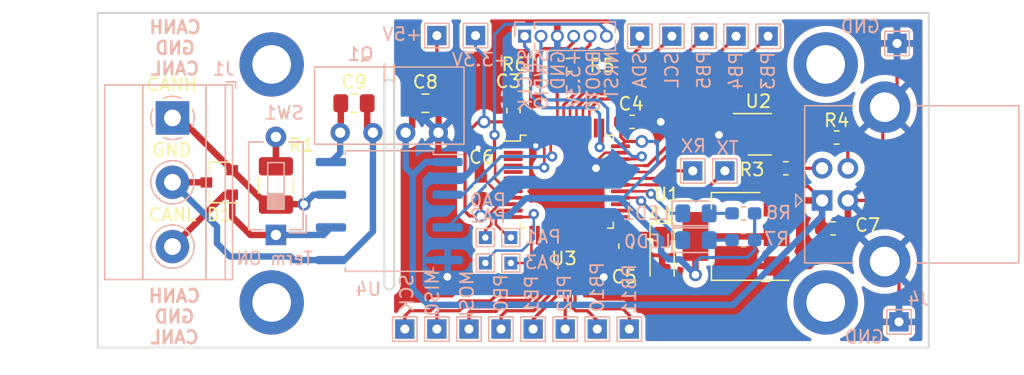
<source format=kicad_pcb>
(kicad_pcb (version 20240108) (generator "pcbnew") (generator_version "8.0")
  (layers (0 "F.Cu" signal) (31 "B.Cu" signal) (34 "B.Paste" user) (35 "F.Paste" user) (36 "B.SilkS" user "B.Silkscreen") (37 "F.SilkS" user "F.Silkscreen") (38 "B.Mask" user) (39 "F.Mask" user) (44 "Edge.Cuts" user))
  (net 0 "")
  (net 1 "GND")
  (net 2 "+3V3")
  (net 3 "+5V")
  (net 4 "/NRST")
  (net 5 "/BOOT0")
  (net 6 "Net-(D3-Pad2)")
  (net 7 "/LED0")
  (net 8 "/LED1")
  (net 9 "/CAN_Tx")
  (net 10 "/CAN_Rx")
  (net 11 "/CANL")
  (net 12 "/CANH")
  (net 13 "Net-(D4-Pad2)")
  (net 14 "/SWDIO")
  (net 15 "/SWCLK")
  (net 16 "Net-(R1-Pad1)")
  (net 20 "Net-(C9-Pad1)")
  (net 21 "Earth")
  (net 23 "Net-(J2-Pad1)")
  (net 24 "Net-(J3-Pad4)")
  (net 35 "Net-(J4-Pad2)")
  (net 36 "Net-(J4-Pad3)")
  (net 37 "Net-(R3-Pad2)")
  (net 38 "Net-(R4-Pad2)")
  (net 39 "Net-(J5-Pad1)")
  (net 40 "Net-(J6-Pad1)")
  (net 41 "Net-(J7-Pad1)")
  (net 42 "Net-(J8-Pad1)")
  (net 43 "Net-(J9-Pad1)")
  (net 44 "Net-(J10-Pad1)")
  (net 45 "Net-(J11-Pad1)")
  (net 46 "Net-(J12-Pad1)")
  (net 47 "Net-(J13-Pad1)")
  (net 48 "Net-(J14-Pad1)")
  (net 49 "Net-(J15-Pad1)")
  (net 50 "Net-(J16-Pad1)")
  (net 51 "Net-(J21-Pad1)")
  (net 52 "Net-(J22-Pad1)")
  (net 53 "Net-(J23-Pad1)")
  (net 54 "Net-(J24-Pad1)")
  (net 55 "Net-(J25-Pad1)")
  (net 56 "Net-(J26-Pad1)")
  (net 57 "Net-(U2-Pad1)")
  (net 58 "Net-(U2-Pad3)")
  (footprint "Capacitor_Tantalum_SMD:CP_EIA-3216-18_Kemet-A_Pad1.58x1.35mm_HandSolder" (layer "F.Cu") (at 104.8004 68.3411 -90)
    (property "Reference" "C1")
    (property "Value" "47u")
  )
  (footprint "Capacitor_SMD:C_0603_1608Metric_Pad1.05x0.95mm_HandSolder" (layer "F.Cu") (at 93.2688 57.0878 -90)
    (property "Reference" "C3")
    (property "Value" "0.1")
  )
  (footprint "Capacitor_SMD:C_0603_1608Metric_Pad1.05x0.95mm_HandSolder" (layer "F.Cu") (at 102.475 57.9628 180)
    (property "Reference" "C4")
    (property "Value" "0.1")
  )
  (footprint "Capacitor_SMD:C_0603_1608Metric_Pad1.05x0.95mm_HandSolder" (layer "F.Cu") (at 101.9556 67.6262 90)
    (property "Reference" "C5")
    (property "Value" "0.1")
  )
  (footprint "Capacitor_SMD:C_0603_1608Metric_Pad1.05x0.95mm_HandSolder" (layer "F.Cu") (at 90.7288 63.0428 -90)
    (property "Reference" "C6")
    (property "Value" "0.1")
  )
  (footprint "TO_SOT_Packages_SMD:SOT-23" (layer "F.Cu") (at 70.4375 62.672 180)
    (property "Reference" "D1")
    (property "Value" "PESD1CAN")
  )
  (footprint "my_footprints:Hole_3mm" (layer "F.Cu") (at 74.5 53.5)
    (property "Reference" "P1" (hide yes))
    (property "Value" "Hole" (hide yes))
  )
  (footprint "my_footprints:Hole_3mm" (layer "F.Cu") (at 117.5 53.5)
    (property "Reference" "P2" (hide yes))
    (property "Value" "Hole" (hide yes))
  )
  (footprint "my_footprints:Hole_3mm" (layer "F.Cu") (at 117.5 72)
    (property "Reference" "P3" (hide yes))
    (property "Value" "Hole" (hide yes))
  )
  (footprint "my_footprints:Hole_3mm" (layer "F.Cu") (at 74.5 72)
    (property "Reference" "P4" (hide yes))
    (property "Value" "Hole" (hide yes))
  )
  (footprint "Resistor_SMD:R_0603_1608Metric_Pad1.05x0.95mm_HandSolder" (layer "F.Cu") (at 114.4016 61.5696 180)
    (property "Reference" "R3")
    (property "Value" "22")
  )
  (footprint "Resistor_SMD:R_0603_1608Metric_Pad1.05x0.95mm_HandSolder" (layer "F.Cu") (at 118.3526 59.182 180)
    (property "Reference" "R4")
    (property "Value" "22")
  )
  (footprint "Resistor_SMD:R_0603_1608Metric_Pad1.05x0.95mm_HandSolder" (layer "F.Cu") (at 97.536 53.5432 180)
    (property "Reference" "R5")
    (property "Value" "10k")
  )
  (footprint "Resistor_SMD:R_0603_1608Metric_Pad1.05x0.95mm_HandSolder" (layer "F.Cu") (at 94.9452 55.485 90)
    (property "Reference" "R6")
    (property "Value" "22")
  )
  (footprint "Package_QFP:LQFP-48_7x7mm_P0.5mm" (layer "F.Cu") (at 97.409 62.611)
    (property "Reference" "U3")
    (property "Value" "STM32F072C8Tx")
  )
  (footprint "Capacitor_SMD:C_0603_1608Metric_Pad1.05x0.95mm_HandSolder" (layer "F.Cu") (at 118.0706 66.2432)
    (property "Reference" "C7")
    (property "Value" "0.1")
  )
  (footprint "Capacitor_SMD:C_0805_2012Metric_Pad1.15x1.40mm_HandSolder" (layer "F.Cu") (at 86.4325 56.515)
    (property "Reference" "C8")
    (property "Value" "1")
  )
  (footprint "Capacitor_SMD:C_0805_2012Metric_Pad1.15x1.40mm_HandSolder" (layer "F.Cu") (at 80.89 56.515)
    (property "Reference" "C9")
    (property "Value" "1")
  )
  (footprint "Resistor_SMD:R_1210_3225Metric_Pad1.42x2.65mm_HandSolder" (layer "F.Cu") (at 74.8284 62.9047 -90)
    (property "Reference" "R1")
    (property "Value" "120")
  )
  (footprint "TO_SOT_Packages_SMD:SOT-223-3_TabPin2" (layer "F.Cu") (at 110.5404 66.8668 180)
    (property "Reference" "U1")
    (property "Value" "LM1117-3.3")
  )
  (footprint "Package_TO_SOT_SMD:SOT-23-6_Handsoldering" (layer "F.Cu") (at 112.3912 58.928)
    (property "Reference" "U2")
    (property "Value" "USBLC6-2SC6")
  )
  (footprint "LED_SMD:LED_0805_2012Metric_Pad1.15x1.40mm_HandSolder" (layer "B.Cu") (at 107.433 67.1576)
    (property "Reference" "D3" (hide yes))
    (property "Value" "LED0")
  )
  (footprint "LED_SMD:LED_0805_2012Metric_Pad1.15x1.40mm_HandSolder" (layer "B.Cu") (at 107.433 65.0748)
    (property "Reference" "D4" (hide yes))
    (property "Value" "LED1")
  )
  (footprint "TerminalBlock_Phoenix:TerminalBlock_Phoenix_MKDS-1,5-3_1x03_P5.00mm_Horizontal" (layer "B.Cu") (at 66.802 57.658 -90)
    (property "Reference" "J1")
    (property "Value" "Screw_Terminal_01x03")
  )
  (footprint "Connector_PinHeader_1.27mm:PinHeader_1x06_P1.27mm_Vertical" (layer "B.Cu") (at 94.1324 51.308 -90)
    (property "Reference" "J3" (hide yes))
    (property "Value" "SWDetc")
  )
  (footprint "Resistor_SMD:R_0603_1608Metric_Pad1.05x0.95mm_HandSolder" (layer "B.Cu") (at 111.111 67.1576)
    (property "Reference" "R7")
    (property "Value" "330")
  )
  (footprint "Resistor_SMD:R_0603_1608Metric_Pad1.05x0.95mm_HandSolder" (layer "B.Cu") (at 111.111 65.0748)
    (property "Reference" "R8")
    (property "Value" "330")
  )
  (footprint "Button_Switch_THT:SW_DIP_SPSTx01_Slide_6.7x4.1mm_W7.62mm_P2.54mm_LowProfile" (layer "B.Cu") (at 74.8284 66.7512 90)
    (property "Reference" "SW1")
    (property "Value" "SW_DIP_x01")
  )
  (footprint "Package_SO:SOP-8_6.62x9.15mm_P2.54mm" (layer "B.Cu") (at 83.6295 64.897 180)
    (property "Reference" "U4")
    (property "Value" "ISO1050DUB")
  )
  (footprint "my_footprints:B0x0xS" (layer "B.Cu") (at 83.6295 58.801 180)
    (property "Reference" "Q1")
    (property "Value" "B0505S")
  )
  (footprint "Connector_USB:USB_B_Lumberg_2411_02_Horizontal" (layer "B.Cu") (at 117.221 64.0715)
    (property "Reference" "J4")
    (property "Value" "USB_B")
  )
  (footprint "TestPoint:TestPoint_THTPad_1.5x1.5mm_Drill0.7mm" (layer "B.Cu") (at 99.7712 74.0664)
    (property "Reference" "J25" (hide yes))
    (property "Value" "PB10")
  )
  (footprint "TestPoint:TestPoint_THTPad_1.5x1.5mm_Drill0.7mm" (layer "B.Cu") (at 87.3252 51.2572 180)
    (property "Reference" "J20" (hide yes))
    (property "Value" "+5V")
  )
  (footprint "TestPoint:TestPoint_THTPad_1.5x1.5mm_Drill0.7mm" (layer "B.Cu") (at 103.076 51.308 180)
    (property "Reference" "J10" (hide yes))
    (property "Value" "SDA")
  )
  (footprint "TestPoint:TestPoint_THTPad_1.5x1.5mm_Drill0.7mm" (layer "B.Cu") (at 105.5624 51.308 180)
    (property "Reference" "J9" (hide yes))
    (property "Value" "SCL")
  )
  (footprint "TestPoint:TestPoint_THTPad_1.5x1.5mm_Drill0.7mm" (layer "B.Cu") (at 113.03 51.308 180)
    (property "Reference" "J16" (hide yes))
    (property "Value" "PB3")
  )
  (footprint "TestPoint:TestPoint_THTPad_1.0x1.0mm_Drill0.5mm" (layer "B.Cu") (at 93.0656 66.9544)
    (property "Reference" "J22" (hide yes))
    (property "Value" "PA1")
  )
  (footprint "TestPoint:TestPoint_THTPad_1.5x1.5mm_Drill0.7mm" (layer "B.Cu") (at 97.282 74.0664 180)
    (property "Reference" "J15" (hide yes))
    (property "Value" "PB2")
  )
  (footprint "TestPoint:TestPoint_THTPad_1.0x1.0mm_Drill0.5mm" (layer "B.Cu") (at 91.0844 66.9544 180)
    (property "Reference" "J21" (hide yes))
    (property "Value" "PA0")
  )
  (footprint "TestPoint:TestPoint_THTPad_1.5x1.5mm_Drill0.7mm" (layer "B.Cu") (at 89.8144 74.0664 180)
    (property "Reference" "J6" (hide yes))
    (property "Value" "MOSI")
  )
  (footprint "TestPoint:TestPoint_THTPad_1.5x1.5mm_Drill0.7mm" (layer "B.Cu") (at 94.7928 74.0664 180)
    (property "Reference" "J12" (hide yes))
    (property "Value" "PB1")
  )
  (footprint "TestPoint:TestPoint_THTPad_1.5x1.5mm_Drill0.7mm" (layer "B.Cu") (at 109.6772 61.7728 180)
    (property "Reference" "J7" (hide yes))
    (property "Value" "TX")
  )
  (footprint "TestPoint:TestPoint_THTPad_1.5x1.5mm_Drill0.7mm" (layer "B.Cu") (at 123.19 73.5076 180)
    (property "Reference" "J17" (hide yes))
    (property "Value" "GND")
  )
  (footprint "TestPoint:TestPoint_THTPad_1.0x1.0mm_Drill0.5mm" (layer "B.Cu") (at 93.0656 68.9356 180)
    (property "Reference" "J24" (hide yes))
    (property "Value" "PA3")
  )
  (footprint "TestPoint:TestPoint_THTPad_1.5x1.5mm_Drill0.7mm" (layer "B.Cu") (at 87.3252 74.0664 180)
    (property "Reference" "J5" (hide yes))
    (property "Value" "MISO")
  )
  (footprint "TestPoint:TestPoint_THTPad_1.5x1.5mm_Drill0.7mm" (layer "B.Cu") (at 108.0516 51.308 180)
    (property "Reference" "J14" (hide yes))
    (property "Value" "PB5")
  )
  (footprint "TestPoint:TestPoint_THTPad_1.5x1.5mm_Drill0.7mm" (layer "B.Cu") (at 107.188 61.7728 180)
    (property "Reference" "J8" (hide yes))
    (property "Value" "RX")
  )
  (footprint "TestPoint:TestPoint_THTPad_1.5x1.5mm_Drill0.7mm" (layer "B.Cu") (at 84.836 74.0664 180)
    (property "Reference" "J2" (hide yes))
    (property "Value" "SCK")
  )
  (footprint "TestPoint:TestPoint_THTPad_1.5x1.5mm_Drill0.7mm" (layer "B.Cu") (at 92.3036 74.0664 180)
    (property "Reference" "J11" (hide yes))
    (property "Value" "PB0")
  )
  (footprint "TestPoint:TestPoint_THTPad_1.0x1.0mm_Drill0.5mm" (layer "B.Cu") (at 91.0844 68.9356 180)
    (property "Reference" "J23" (hide yes))
    (property "Value" "PA2")
  )
  (footprint "TestPoint:TestPoint_THTPad_1.5x1.5mm_Drill0.7mm" (layer "B.Cu") (at 102.2604 74.0664)
    (property "Reference" "J26" (hide yes))
    (property "Value" "PB11")
  )
  (footprint "TestPoint:TestPoint_THTPad_1.5x1.5mm_Drill0.7mm" (layer "B.Cu") (at 110.5408 51.308 180)
    (property "Reference" "J13" (hide yes))
    (property "Value" "PB4")
  )
  (footprint "TestPoint:TestPoint_THTPad_1.5x1.5mm_Drill0.7mm" (layer "B.Cu") (at 90.3224 51.2572 180)
    (property "Reference" "J19" (hide yes))
    (property "Value" "+3.3V")
  )
  (footprint "TestPoint:TestPoint_THTPad_1.5x1.5mm_Drill0.7mm" (layer "B.Cu") (at 123.0376 51.8668 180)
    (property "Reference" "J18" (hide yes))
    (property "Value" "GND")
  )
  (gr_line (start 125.5 50) (end 125.5 49.5) (stroke (width 0.15)) (layer "Edge.Cuts"))
  (gr_line (start 61 75.5) (end 125.5 75.5) (stroke (width 0.15)) (layer "Edge.Cuts"))
  (gr_line (start 125.5 75.5) (end 125.5 50) (stroke (width 0.15)) (layer "Edge.Cuts"))
  (gr_arc (start 84.0105 70.612) (mid 83.6295 70.993) (end 83.2485 70.612) (stroke (width 0.15)) (layer "Edge.Cuts"))
  (gr_line (start 84.0105 55.0545) (end 84.0105 70.612) (stroke (width 0.15)) (layer "Edge.Cuts"))
  (gr_line (start 83.2485 55.0545) (end 83.2485 70.612) (stroke (width 0.15)) (layer "Edge.Cuts"))
  (gr_line (start 61 49.5) (end 61 75.5) (stroke (width 0.15)) (layer "Edge.Cuts"))
  (gr_arc (start 83.2485 55.0545) (mid 83.6295 54.6735) (end 84.0105 55.0545) (stroke (width 0.15)) (layer "Edge.Cuts"))
  (gr_line (start 61 49.5) (end 125.5 49.5) (stroke (width 0.15)) (layer "Edge.Cuts"))
  (gr_text "SWCLK" (at 94.1832 54.7116 90) (layer "B.SilkS") (effects (font (size 1 1)) (justify mirror)))
  (gr_text "NRST" (at 100.8888 54.3052 90) (layer "B.SilkS") (effects (font (size 1 1)) (justify mirror)))
  (gr_text "Term ON" (at 74.7268 68.58 0) (layer "B.SilkS") (effects (font (size 1 0.92)) (justify mirror)))
  (gr_text "CANH\nGND\nCANL" (at 67.0052 52.2224 0) (layer "B.SilkS") (effects (font (size 1 1) (thickness 0.2)) (justify mirror)))
  (gr_text "+3.3V" (at 97.9424 54.61 90) (layer "B.SilkS") (effects (font (size 1 1)) (justify mirror)))
  (gr_text "GND" (at 96.7232 53.9496 90) (layer "B.SilkS") (effects (font (size 1 1)) (justify mirror)))
  (gr_text "CANH\nGND\nCANL" (at 66.9544 73.1012 0) (layer "B.SilkS") (effects (font (size 1 1) (thickness 0.2)) (justify mirror)))
  (gr_text "SWDIO" (at 95.4532 54.7116 90) (layer "B.SilkS") (effects (font (size 1 1)) (justify mirror)))
  (gr_text "BOOT0" (at 99.4664 54.8132 90) (layer "B.SilkS") (effects (font (size 1 1)) (justify mirror)))
  (gr_text "GND" (at 66.7512 60.1472 0) (layer "F.SilkS") (effects (font (size 1 1))))
  (gr_text "CANH" (at 66.7512 55.0672 0) (layer "F.SilkS") (effects (font (size 1 1))))
  (gr_text "CANL" (at 66.802 65.1764 0) (layer "F.SilkS") (effects (font (size 1 1))))
  (segment (start 95.159 59.654) (end 94.996 59.817) (width 0.2) (layer "F.Cu") (net 1))
  (segment (start 95.159 58.4485) (end 95.159 59.654) (width 0.2) (layer "F.Cu") (net 1))
  (segment (start 119.221 64.0715) (end 120.8913 64.0715) (width 0.25) (layer "F.Cu") (net 1))
  (segment (start 104.475 69.7786) (end 103.1748 68.4784) (width 0.5) (layer "F.Cu") (net 1))
  (segment (start 100.3702 60.361) (end 99.6696 61.0616) (width 0.2) (layer "F.Cu") (net 1))
  (segment (start 87.4575 58.783) (end 87.4395 58.801) (width 0.5) (layer "F.Cu") (net 1))
  (segment (start 116.2532 69.1668) (end 118.9456 66.4744) (width 0.5) (layer "F.Cu") (net 1))
  (segment (start 101.9556 68.5012) (end 103.152 68.5012) (width 0.5) (layer "F.Cu") (net 1))
  (segment (start 87.7597 56.2128) (end 87.4575 56.515) (width 0.25) (layer "F.Cu") (net 1))
  (segment (start 100.0988 68.5012) (end 101.9556 68.5012) (width 0.2) (layer "F.Cu") (net 1))
  (segment (start 101.9556 68.5012) (end 101.8058 68.5012) (width 0.5) (layer "F.Cu") (net 1))
  (segment (start 113.6904 69.1668) (end 116.2532 69.1668) (width 0.5) (layer "F.Cu") (net 1))
  (segment (start 103.152 68.5012) (end 103.1748 68.4784) (width 0.5) (layer "F.Cu") (net 1))
  (segment (start 119.221 64.0715) (end 119.221 65.9678) (width 0.5) (layer "F.Cu") (net 1))
  (segment (start 93.2465 63.361) (end 91.922 63.361) (width 0.2) (layer "F.Cu") (net 1))
  (segment (start 98.4618 53.594) (end 98.411 53.5432) (width 0.5) (layer "F.Cu") (net 1))
  (segment (start 123.0376 51.8668) (end 123.0376 55.8649) (width 0.25) (layer "F.Cu") (net 1))
  (segment (start 123.19 69.9305) (end 122.081 68.8215) (width 0.25) (layer "F.Cu") (net 1))
  (segment (start 99.659 66.7735) (end 99.659 68.0614) (width 0.2) (layer "F.Cu") (net 1))
  (segment (start 101.8058 68.5012) (end 100.2792 70.0278) (width 0.5) (layer "F.Cu") (net 1))
  (segment (start 112.3696 72.0852) (end 107.107 72.0852) (width 0.5) (layer "F.Cu") (net 1))
  (segment (start 87.4575 56.515) (end 87.4575 58.783) (width 0.5) (layer "F.Cu") (net 1))
  (segment (start 109.2708 58.928) (end 109.22 58.9788) (width 0.5) (layer "F.Cu") (net 1))
  (segment (start 113.6904 69.1668) (end 113.6904 70.7644) (width 0.5) (layer "F.Cu") (net 1))
  (segment (start 90.7288 62.1678) (end 90.7288 60.198) (width 0.25) (layer "F.Cu") (net 1))
  (segment (start 121.931 63.0318) (end 121.931 56.8015) (width 0.25) (layer "F.Cu") (net 1))
  (segment (start 101.5715 60.361) (end 100.3702 60.361) (width 0.2) (layer "F.Cu") (net 1))
  (segment (start 93.2688 56.2128) (end 87.7597 56.2128) (width 0.25) (layer "F.Cu") (net 1))
  (segment (start 90.7288 60.198) (end 90.5256 59.9948) (width 0.25) (layer "F.Cu") (net 1))
  (segment (start 119.3327 66.2432) (end 121.931 68.8415) (width 0.25) (layer "F.Cu") (net 1))
  (segment (start 111.0412 58.928) (end 109.2708 58.928) (width 0.5) (layer "F.Cu") (net 1))
  (segment (start 107.107 72.0852) (end 104.8004 69.7786) (width 0.5) (layer "F.Cu") (net 1))
  (segment (start 91.922 63.361) (end 90.7288 62.1678) (width 0.2) (layer "F.Cu") (net 1))
  (segment (start 103.35 57.9628) (end 104.6988 57.9628) (width 0.5) (layer "F.Cu") (net 1))
  (segment (start 113.6904 70.7644) (end 112.3696 72.0852) (width 0.5) (layer "F.Cu") (net 1))
  (segment (start 118.9456 66.4744) (end 118.9456 66.2432) (width 0.5) (layer "F.Cu") (net 1))
  (segment (start 88.138 70.0024) (end 87.4395 69.3039) (width 0.5) (layer "F.Cu") (net 1))
  (segment (start 87.4395 69.3039) (end 87.4395 58.801) (width 0.5) (layer "F.Cu") (net 1))
  (segment (start 120.8913 64.0715) (end 121.931 63.0318) (width 0.25) (layer "F.Cu") (net 1))
  (segment (start 123.0376 55.8649) (end 122.081 56.8215) (width 0.25) (layer "F.Cu") (net 1))
  (segment (start 99.659 68.0614) (end 100.0988 68.5012) (width 0.2) (layer "F.Cu") (net 1))
  (segment (start 104.8004 69.7786) (end 104.475 69.7786) (width 0.5) (layer "F.Cu") (net 1))
  (segment (start 119.221 65.9678) (end 118.9456 66.2432) (width 0.5) (layer "F.Cu") (net 1))
  (segment (start 100.1268 53.594) (end 98.4618 53.594) (width 0.5) (layer "F.Cu") (net 1))
  (segment (start 99.6696 61.0616) (end 99.6696 61.5696) (width 0.2) (layer "F.Cu") (net 1))
  (segment (start 118.9456 66.2432) (end 119.3327 66.2432) (width 0.25) (layer "F.Cu") (net 1))
  (segment (start 123.19 73.5076) (end 123.19 69.9305) (width 0.25) (layer "F.Cu") (net 1))
  (via (at 99.6696 61.5696) (size 1) (drill 0.6) (layers "F.Cu" "B.Cu") (net 1))
  (via (at 90.5256 59.9948) (size 0.8) (drill 0.4) (layers "F.Cu" "B.Cu") (net 1))
  (via (at 109.22 58.9788) (size 1) (drill 0.6) (layers "F.Cu" "B.Cu") (net 1))
  (via (at 104.6988 57.9628) (size 1) (drill 0.6) (layers "F.Cu" "B.Cu") (net 1))
  (via (at 88.138 70.0024) (size 1) (drill 0.6) (layers "F.Cu" "B.Cu") (net 1))
  (via (at 100.1268 53.594) (size 1) (drill 0.6) (layers "F.Cu" "B.Cu") (net 1))
  (via (at 100.2792 70.0278) (size 1) (drill 0.6) (layers "F.Cu" "B.Cu") (net 1))
  (via (at 94.996 59.817) (size 0.8) (drill 0.4) (layers "F.Cu" "B.Cu") (net 1))
  (segment (start 103.0224 57.9628) (end 100.5332 55.4736) (width 0.5) (layer "B.Cu") (net 1))
  (segment (start 119.126 58.9788) (end 121.0564 60.9092) (width 0.5) (layer "B.Cu") (net 1))
  (segment (start 109.22 58.9788) (end 107.2388 58.9788) (width 0.5) (layer "B.Cu") (net 1))
  (segment (start 90.5256 59.9948) (end 88.6333 59.9948) (width 0.2) (layer "B.Cu") (net 1))
  (segment (start 88.6333 59.9948) (end 87.4395 58.801) (width 0.2) (layer "B.Cu") (net 1))
  (segment (start 96.6724 52.2224) (end 96.6724 51.308) (width 0.5) (layer "B.Cu") (net 1))
  (segment (start 100.2792 70.0278) (end 88.1634 70.0278) (width 0.5) (layer "B.Cu") (net 1))
  (segment (start 94.996 59.817) (end 95.8088 59.0296) (width 0.25) (layer "B.Cu") (net 1))
  (segment (start 96.1644 53.594) (end 100.1268 53.594) (width 0.5) (layer "B.Cu") (net 1))
  (segment (start 96.1644 55.2196) (end 96.1644 53.594) (width 0.5) (layer "B.Cu") (net 1))
  (segment (start 95.8088 59.0296) (end 97.6884 59.0296) (width 0.25) (layer "B.Cu") (net 1))
  (segment (start 96.1644 52.7304) (end 96.6724 52.2224) (width 0.5) (layer "B.Cu") (net 1))
  (segment (start 98.0948 59.436) (end 98.0948 59.9948) (width 0.25) (layer "B.Cu") (net 1))
  (segment (start 97.6884 59.0296) (end 98.0948 59.436) (width 0.25) (layer "B.Cu") (net 1))
  (segment (start 104.6988 57.9628) (end 103.0224 57.9628) (width 0.5) (layer "B.Cu") (net 1))
  (segment (start 92.2782 59.9948) (end 90.5256 59.9948) (width 0.2) (layer "B.Cu") (net 1))
  (segment (start 121.0564 62.2361) (end 119.221 64.0715) (width 0.5) (layer "B.Cu") (net 1))
  (segment (start 107.2388 58.9788) (end 106.6292 58.9788) (width 0.5) (layer "B.Cu") (net 1))
  (segment (start 92.456 59.817) (end 92.2782 59.9948) (width 0.25) (layer "B.Cu") (net 1))
  (segment (start 94.996 59.817) (end 92.456 59.817) (width 0.25) (layer "B.Cu") (net 1))
  (segment (start 109.22 58.9788) (end 119.126 58.9788) (width 0.5) (layer "B.Cu") (net 1))
  (segment (start 96.1644 53.594) (end 96.1644 52.7304) (width 0.5) (layer "B.Cu") (net 1))
  (segment (start 100.5332 55.4736) (end 96.4184 55.4736) (width 0.5) (layer "B.Cu") (net 1))
  (segment (start 104.6988 57.9628) (end 105.6132 57.9628) (width 0.5) (layer "B.Cu") (net 1))
  (segment (start 88.1634 70.0278) (end 88.138 70.0024) (width 0.5) (layer "B.Cu") (net 1))
  (segment (start 105.6132 57.9628) (end 106.6292 58.9788) (width 0.5) (layer "B.Cu") (net 1))
  (segment (start 88.1545 69.9859) (end 88.138 70.0024) (width 0.5) (layer "B.Cu") (net 1))
  (segment (start 121.0564 60.9092) (end 121.0564 62.2361) (width 0.5) (layer "B.Cu") (net 1))
  (segment (start 98.0948 59.9948) (end 99.6696 61.5696) (width 0.25) (layer "B.Cu") (net 1))
  (segment (start 96.4184 55.4736) (end 96.1644 55.2196) (width 0.5) (layer "B.Cu") (net 1))
  (segment (start 88.1545 68.707) (end 88.1545 69.9859) (width 0.5) (layer "B.Cu") (net 1))
  (segment (start 93.2688 57.9628) (end 93.2688 59.8387) (width 0.25) (layer "F.Cu") (net 2))
  (segment (start 101.6 57.9628) (end 101.6 59.1411) (width 0.25) (layer "F.Cu") (net 2))
  (segment (start 94.1733 57.9628) (end 94.659 58.4485) (width 0.25) (layer "F.Cu") (net 2))
  (segment (start 100.159 66.7735) (end 101.9333 66.7735) (width 0.2) (layer "F.Cu") (net 2))
  (segment (start 107.3904 69.8492) (end 107.3912 69.85) (width 0.5) (layer "F.Cu") (net 2))
  (segment (start 93.2688 59.8387) (end 93.2465 59.861) (width 0.25) (layer "F.Cu") (net 2))
  (segment (start 104.648 66.7512) (end 104.8004 66.9036) (width 0.5) (layer "F.Cu") (net 2))
  (segment (start 90.7856 63.861) (end 90.7288 63.9178) (width 0.2) (layer "F.Cu") (net 2))
  (segment (start 94.659 58.4485) (end 94.659 56.6462) (width 0.2) (layer "F.Cu") (net 2))
  (segment (start 107.3904 66.8668) (end 107.3904 69.8492) (width 0.5) (layer "F.Cu") (net 2))
  (segment (start 113.6904 66.8668) (end 111.4692 66.8668) (width 0.5) (layer "F.Cu") (net 2))
  (segment (start 111.4692 66.8668) (end 110.3008 66.8668) (width 0.5) (layer "F.Cu") (net 2))
  (segment (start 93.2688 57.9628) (end 90.9828 57.9628) (width 0.25) (layer "F.Cu") (net 2))
  (segment (start 89.5096 58.9788) (end 89.5096 64.9224) (width 0.25) (layer "F.Cu") (net 2))
  (segment (start 94.659 56.6462) (end 94.9452 56.36) (width 0.2) (layer "F.Cu") (net 2))
  (segment (start 90.5256 57.9628) (end 89.5096 58.9788) (width 0.25) (layer "F.Cu") (net 2))
  (segment (start 93.2688 57.9628) (end 94.1733 57.9628) (width 0.25) (layer "F.Cu") (net 2))
  (segment (start 101.6 59.1411) (end 101.9457 59.4868) (width 0.25) (layer "F.Cu") (net 2))
  (segment (start 89.5096 64.9224) (end 89.8652 65.278) (width 0.25) (layer "F.Cu") (net 2))
  (segment (start 110.3008 66.8668) (end 107.3904 66.8668) (width 0.5) (layer "F.Cu") (net 2))
  (segment (start 101.9457 59.4868) (end 101.5715 59.861) (width 0.25) (layer "F.Cu") (net 2))
  (segment (start 90.7288 65.278) (end 90.7288 63.9178) (width 0.25) (layer "F.Cu") (net 2))
  (segment (start 104.8004 66.9036) (end 107.3536 66.9036) (width 0.5) (layer "F.Cu") (net 2))
  (segment (start 90.9828 57.9628) (end 90.5256 57.9628) (width 0.25) (layer "F.Cu") (net 2))
  (segment (start 101.9333 66.7735) (end 101.9556 66.7512) (width 0.2) (layer "F.Cu") (net 2))
  (segment (start 89.8652 65.278) (end 90.7288 65.278) (width 0.25) (layer "F.Cu") (net 2))
  (segment (start 101.9556 66.7512) (end 104.648 66.7512) (width 0.5) (layer "F.Cu") (net 2))
  (segment (start 93.2465 63.861) (end 90.7856 63.861) (width 0.2) (layer "F.Cu") (net 2))
  (segment (start 103.2256 59.4868) (end 101.9457 59.4868) (width 0.25) (layer "F.Cu") (net 2))
  (segment (start 107.3536 66.9036) (end 107.3904 66.8668) (width 0.5) (layer "F.Cu") (net 2))
  (via (at 107.3912 69.85) (size 1) (drill 0.6) (layers "F.Cu" "B.Cu") (net 2))
  (via (at 90.9828 57.9628) (size 1) (drill 0.6) (layers "F.Cu" "B.Cu") (net 2))
  (via (at 103.2256 59.4868) (size 1) (drill 0.6) (layers "F.Cu" "B.Cu") (net 2))
  (via (at 90.7288 65.278) (size 1) (drill 0.6) (layers "F.Cu" "B.Cu") (net 2))
  (segment (start 101.7524 63.9064) (end 101.5238 63.9064) (width 0.25) (layer "B.Cu") (net 2))
  (segment (start 92.8624 65.278) (end 94.234 63.9064) (width 0.5) (layer "B.Cu") (net 2))
  (segment (start 90.3224 51.2572) (end 90.3224 52.1716) (width 0.25) (layer "B.Cu") (net 2))
  (segment (start 90.7288 65.278) (end 92.8624 65.278) (width 0.5) (layer "B.Cu") (net 2))
  (segment (start 104.7242 68.072) (end 104.7242 67.1068) (width 0.5) (layer "B.Cu") (net 2))
  (segment (start 104.7242 67.1068) (end 101.5238 63.9064) (width 0.5) (layer "B.Cu") (net 2))
  (segment (start 94.234 63.9064) (end 101.5238 63.9064) (width 0.5) (layer "B.Cu") (net 2))
  (segment (start 107.3912 69.85) (end 107.3912 68.8848) (width 0.25) (layer "B.Cu") (net 2))
  (segment (start 111.986 65.0748) (end 111.986 67.1576) (width 0.25) (layer "B.Cu") (net 2))
  (segment (start 104.4448 59.4868) (end 103.2256 59.4868) (width 0.25) (layer "B.Cu") (net 2))
  (segment (start 106.1974 68.6562) (end 105.3084 68.6562) (width 0.5) (layer "B.Cu") (net 2))
  (segment (start 105.3084 68.6562) (end 104.7242 68.072) (width 0.5) (layer "B.Cu") (net 2))
  (segment (start 104.4448 61.214) (end 101.7524 63.9064) (width 0.25) (layer "B.Cu") (net 2))
  (segment (start 90.3224 52.1716) (end 90.9828 52.832) (width 0.25) (layer "B.Cu") (net 2))
  (segment (start 104.4448 59.4868) (end 104.4448 61.214) (width 0.25) (layer "B.Cu") (net 2))
  (segment (start 111.986 67.1576) (end 111.986 67.9476) (width 0.25) (layer "B.Cu") (net 2))
  (segment (start 107.7722 68.5038) (end 111.4298 68.5038) (width 0.25) (layer "B.Cu") (net 2))
  (segment (start 107.3912 69.85) (end 106.1974 68.6562) (width 0.5) (layer "B.Cu") (net 2))
  (segment (start 111.986 67.9476) (end 111.4298 68.5038) (width 0.25) (layer "B.Cu") (net 2))
  (segment (start 90.9828 52.832) (end 90.9828 57.9628) (width 0.25) (layer "B.Cu") (net 2))
  (segment (start 107.3912 68.8848) (end 107.7722 68.5038) (width 0.25) (layer "B.Cu") (net 2))
  (segment (start 112.6236 58.928) (end 112.3696 59.182) (width 0.25) (layer "F.Cu") (net 3))
  (segment (start 117.221 64.0715) (end 117.221 66.2178) (width 0.5) (layer "F.Cu") (net 3))
  (segment (start 113.7412 58.928) (end 112.6236 58.928) (width 0.25) (layer "F.Cu") (net 3))
  (segment (start 117.221 64.0715) (end 114.1857 64.0715) (width 0.5) (layer "F.Cu") (net 3))
  (segment (start 85.4075 58.293) (end 84.8995 58.801) (width 0.5) (layer "F.Cu") (net 3))
  (segment (start 85.4075 56.515) (end 85.4075 54.8513) (width 0.25) (layer "F.Cu") (net 3))
  (segment (start 112.3696 59.182) (end 112.3696 62.484) (width 0.25) (layer "F.Cu") (net 3))
  (segment (start 116.1415 62.992) (end 117.221 64.0715) (width 0.25) (layer "F.Cu") (net 3))
  (segment (start 117.221 66.2178) (end 117.1956 66.2432) (width 0.5) (layer "F.Cu") (net 3))
  (segment (start 87.3252 52.9336) (end 87.3252 51.2572) (width 0.25) (layer "F.Cu") (net 3))
  (segment (start 85.4075 54.8513) (end 87.3252 52.9336) (width 0.25) (layer "F.Cu") (net 3))
  (segment (start 85.4075 56.515) (end 85.4075 58.293) (width 0.5) (layer "F.Cu") (net 3))
  (segment (start 112.3696 62.484) (end 112.8776 62.992) (width 0.25) (layer "F.Cu") (net 3))
  (segment (start 114.1857 64.0715) (end 113.6904 64.5668) (width 0.5) (layer "F.Cu") (net 3))
  (segment (start 112.8776 62.992) (end 116.1415 62.992) (width 0.25) (layer "F.Cu") (net 3))
  (segment (start 85.4456 62.0776) (end 86.4362 61.087) (width 0.5) (layer "B.Cu") (net 3))
  (segment (start 86.6648 72.1868) (end 110.3132 72.1868) (width 0.5) (layer "B.Cu") (net 3))
  (segment (start 86.4362 61.087) (end 88.1545 61.087) (width 0.5) (layer "B.Cu") (net 3))
  (segment (start 110.3132 72.1868) (end 117.221 65.279) (width 0.5) (layer "B.Cu") (net 3))
  (segment (start 85.4456 62.0776) (end 85.4456 70.9676) (width 0.5) (layer "B.Cu") (net 3))
  (segment (start 84.8995 58.801) (end 84.8995 61.5315) (width 0.5) (layer "B.Cu") (net 3))
  (segment (start 84.8995 61.5315) (end 85.4456 62.0776) (width 0.5) (layer "B.Cu") (net 3))
  (segment (start 117.221 65.279) (end 117.221 64.0715) (width 0.5) (layer "B.Cu") (net 3))
  (segment (start 85.4456 70.9676) (end 86.6648 72.1868) (width 0.5) (layer "B.Cu") (net 3))
  (segment (start 92.325 62.861) (end 91.8464 62.3824) (width 0.2) (layer "F.Cu") (net 4))
  (segment (start 91.8464 62.3824) (end 91.8464 61.1124) (width 0.2) (layer "F.Cu") (net 4))
  (segment (start 93.2465 62.861) (end 92.325 62.861) (width 0.2) (layer "F.Cu") (net 4))
  (segment (start 91.7956 61.0616) (end 91.7956 58.9788) (width 0.25) (layer "F.Cu") (net 4))
  (segment (start 91.8464 61.1124) (end 91.7956 61.0616) (width 0.25) (layer "F.Cu") (net 4))
  (via (at 91.7956 58.9788) (size 0.8) (drill 0.4) (layers "F.Cu" "B.Cu") (net 4))
  (segment (start 91.7956 51.181) (end 91.7956 58.9788) (width 0.25) (layer "B.Cu") (net 4))
  (segment (start 100.4824 50.9016) (end 99.949 50.3682) (width 0.25) (layer "B.Cu") (net 4))
  (segment (start 99.949 50.3682) (end 92.6084 50.3682) (width 0.25) (layer "B.Cu") (net 4))
  (segment (start 100.4824 51.308) (end 100.4824 50.9016) (width 0.25) (layer "B.Cu") (net 4))
  (segment (start 92.6084 50.3682) (end 91.7956 51.181) (width 0.25) (layer "B.Cu") (net 4))
  (segment (start 96.661 53.5432) (end 96.661 56.374) (width 0.25) (layer "F.Cu") (net 5))
  (segment (start 96.675 56.388) (end 96.675 58.4325) (width 0.2) (layer "F.Cu") (net 5))
  (segment (start 96.661 53.5432) (end 96.661 53.199) (width 0.25) (layer "F.Cu") (net 5))
  (segment (start 96.661 56.374) (end 96.675 56.388) (width 0.25) (layer "F.Cu") (net 5))
  (segment (start 97.9932 52.324) (end 96.774 53.5432) (width 0.25) (layer "F.Cu") (net 5))
  (segment (start 96.774 53.5432) (end 96.661 53.5432) (width 0.25) (layer "F.Cu") (net 5))
  (segment (start 98.8568 52.324) (end 97.9932 52.324) (width 0.25) (layer "F.Cu") (net 5))
  (segment (start 99.2124 51.308) (end 99.2124 51.9684) (width 0.25) (layer "F.Cu") (net 5))
  (segment (start 99.2124 51.9684) (end 98.8568 52.324) (width 0.25) (layer "F.Cu") (net 5))
  (segment (start 96.675 58.4325) (end 96.659 58.4485) (width 0.2) (layer "F.Cu") (net 5))
  (segment (start 110.236 67.1576) (end 108.458 67.1576) (width 0.25) (layer "B.Cu") (net 6))
  (segment (start 102.9262 63.861) (end 103.1748 64.1096) (width 0.2) (layer "F.Cu") (net 7))
  (segment (start 101.5715 63.861) (end 102.9262 63.861) (width 0.2) (layer "F.Cu") (net 7))
  (via (at 103.1748 64.1096) (size 0.8) (drill 0.4) (layers "F.Cu" "B.Cu") (net 7))
  (segment (start 106.2228 67.1576) (end 106.408 67.1576) (width 0.25) (layer "B.Cu") (net 7))
  (segment (start 103.1748 64.1096) (end 106.2228 67.1576) (width 0.25) (layer "B.Cu") (net 7))
  (segment (start 103.747 63.361) (end 103.9368 63.5508) (width 0.2) (layer "F.Cu") (net 8))
  (segment (start 101.5715 63.361) (end 103.747 63.361) (width 0.2) (layer "F.Cu") (net 8))
  (via (at 103.9368 63.5508) (size 0.8) (drill 0.4) (layers "F.Cu" "B.Cu") (net 8))
  (segment (start 105.4608 65.0748) (end 103.9368 63.5508) (width 0.25) (layer "B.Cu") (net 8))
  (segment (start 106.408 65.0748) (end 105.4608 65.0748) (width 0.25) (layer "B.Cu") (net 8))
  (segment (start 95.659 58.4485) (end 95.659 61.5162) (width 0.2) (layer "F.Cu") (net 9))
  (segment (start 95.659 61.5162) (end 95.6564 61.5188) (width 0.2) (layer "F.Cu") (net 9))
  (via (at 95.6564 61.5188) (size 0.8) (drill 0.4) (layers "F.Cu" "B.Cu") (net 9))
  (segment (start 88.1545 66.167) (end 88.1545 66.1505) (width 0.25) (layer "B.Cu") (net 9))
  (segment (start 88.1545 66.1505) (end 90.3986 63.9064) (width 0.25) (layer "B.Cu") (net 9))
  (segment (start 90.3986 63.627) (end 90.6907 63.3349) (width 0.25) (layer "B.Cu") (net 9))
  (segment (start 95.6564 61.5188) (end 92.5068 61.5188) (width 0.25) (layer "B.Cu") (net 9))
  (segment (start 92.5068 61.5188) (end 90.6907 63.3349) (width 0.25) (layer "B.Cu") (net 9))
  (segment (start 90.3986 63.9064) (end 90.3986 63.627) (width 0.25) (layer "B.Cu") (net 9))
  (segment (start 96.159 60.5482) (end 96.266 60.6552) (width 0.2) (layer "F.Cu") (net 10))
  (segment (start 96.159 58.4485) (end 96.159 60.5482) (width 0.2) (layer "F.Cu") (net 10))
  (via (at 96.266 60.6552) (size 0.8) (drill 0.4) (layers "F.Cu" "B.Cu") (net 10))
  (segment (start 89.3318 63.627) (end 88.1545 63.627) (width 0.25) (layer "B.Cu") (net 10))
  (segment (start 96.266 60.6552) (end 92.3036 60.6552) (width 0.25) (layer "B.Cu") (net 10))
  (segment (start 92.3036 60.6552) (end 89.3318 63.627) (width 0.25) (layer "B.Cu") (net 10))
  (segment (start 71.4375 63.622) (end 70.838 63.622) (width 0.5) (layer "F.Cu") (net 11))
  (segment (start 70.838 63.622) (end 66.802 67.658) (width 0.5) (layer "F.Cu") (net 11))
  (segment (start 72.8472 66.7512) (end 74.8284 66.7512) (width 0.5) (layer "F.Cu") (net 11))
  (segment (start 71.4375 63.622) (end 71.4375 65.3415) (width 0.5) (layer "F.Cu") (net 11))
  (segment (start 71.4375 65.3415) (end 72.8472 66.7512) (width 0.5) (layer "F.Cu") (net 11))
  (segment (start 78.5203 66.7512) (end 79.1045 66.167) (width 0.5) (layer "B.Cu") (net 11))
  (segment (start 74.8284 66.7512) (end 78.5203 66.7512) (width 0.5) (layer "B.Cu") (net 11))
  (segment (start 67.3735 57.658) (end 71.4375 61.722) (width 0.5) (layer "F.Cu") (net 12))
  (segment (start 74.1077 64.3922) (end 71.4375 61.722) (width 0.5) (layer "F.Cu") (net 12))
  (segment (start 74.8284 64.3922) (end 74.1077 64.3922) (width 0.5) (layer "F.Cu") (net 12))
  (segment (start 66.802 57.658) (end 67.3735 57.658) (width 0.5) (layer "F.Cu") (net 12))
  (segment (start 77.0128 64.3636) (end 74.857 64.3636) (width 0.5) (layer "F.Cu") (net 12))
  (segment (start 74.857 64.3636) (end 74.8284 64.3922) (width 0.5) (layer "F.Cu") (net 12))
  (via (at 77.0128 64.3636) (size 1) (drill 0.6) (layers "F.Cu" "B.Cu") (net 12))
  (segment (start 79.1045 63.627) (end 77.7494 63.627) (width 0.5) (layer "B.Cu") (net 12))
  (segment (start 77.7494 63.627) (end 77.0128 64.3636) (width 0.5) (layer "B.Cu") (net 12))
  (segment (start 108.458 65.0748) (end 110.236 65.0748) (width 0.25) (layer "B.Cu") (net 13))
  (segment (start 103.0198 60.861) (end 103.2256 60.6552) (width 0.2) (layer "F.Cu") (net 14))
  (segment (start 101.5715 60.861) (end 103.0198 60.861) (width 0.2) (layer "F.Cu") (net 14))
  (via (at 103.2256 60.6552) (size 0.8) (drill 0.4) (layers "F.Cu" "B.Cu") (net 14))
  (segment (start 100.584 58.7502) (end 102.489 60.6552) (width 0.25) (layer "B.Cu") (net 14))
  (segment (start 95.4024 51.308) (end 95.4024 55.8038) (width 0.25) (layer "B.Cu") (net 14))
  (segment (start 102.489 60.6552) (end 103.2256 60.6552) (width 0.25) (layer "B.Cu") (net 14))
  (segment (start 95.4024 55.8038) (end 95.8596 56.261) (width 0.25) (layer "B.Cu") (net 14))
  (segment (start 100.584 56.9468) (end 100.584 58.7502) (width 0.25) (layer "B.Cu") (net 14))
  (segment (start 99.8982 56.261) (end 100.584 56.9468) (width 0.25) (layer "B.Cu") (net 14))
  (segment (start 95.8596 56.261) (end 99.8982 56.261) (width 0.25) (layer "B.Cu") (net 14))
  (segment (start 100.159 58.4485) (end 100.159 59.724666) (width 0.2) (layer "F.Cu") (net 15))
  (segment (start 100.159 59.724666) (end 99.957486 59.92618) (width 0.2) (layer "F.Cu") (net 15))
  (via (at 99.957486 59.92618) (size 0.8) (drill 0.4) (layers "F.Cu" "B.Cu") (net 15))
  (segment (start 94.6023 52.5653) (end 94.1324 52.0954) (width 0.25) (layer "B.Cu") (net 15))
  (segment (start 99.957486 57.344714) (end 99.957486 59.92618) (width 0.25) (layer "B.Cu") (net 15))
  (segment (start 94.6023 55.9435) (end 94.6023 52.5653) (width 0.25) (layer "B.Cu") (net 15))
  (segment (start 94.6023 55.9435) (end 95.5294 56.8706) (width 0.25) (layer "B.Cu") (net 15))
  (segment (start 94.1324 51.308) (end 94.1324 52.0954) (width 0.25) (layer "B.Cu") (net 15))
  (segment (start 95.5294 56.8706) (end 99.483372 56.8706) (width 0.25) (layer "B.Cu") (net 15))
  (segment (start 99.483372 56.8706) (end 99.957486 57.344714) (width 0.25) (layer "B.Cu") (net 15))
  (segment (start 74.8284 59.1312) (end 74.8284 61.4172) (width 0.5) (layer "F.Cu") (net 16))
  (segment (start 79.865 58.7555) (end 79.8195 58.801) (width 0.5) (layer "F.Cu") (net 20))
  (segment (start 79.865 56.515) (end 79.865 58.7555) (width 0.5) (layer "F.Cu") (net 20))
  (segment (start 79.8195 60.372) (end 79.1045 61.087) (width 0.5) (layer "B.Cu") (net 20))
  (segment (start 79.8195 58.801) (end 79.8195 60.372) (width 0.5) (layer "B.Cu") (net 20))
  (segment (start 81.915 58.3565) (end 82.3595 58.801) (width 0.5) (layer "F.Cu") (net 21))
  (segment (start 69.4235 62.658) (end 69.4375 62.672) (width 0.5) (layer "F.Cu") (net 21))
  (segment (start 81.915 56.515) (end 81.915 58.3565) (width 0.5) (layer "F.Cu") (net 21))
  (segment (start 66.802 62.658) (end 69.4235 62.658) (width 0.5) (layer "F.Cu") (net 21))
  (segment (start 75.946 68.4276) (end 71.2724 68.4276) (width 0.5) (layer "B.Cu") (net 21))
  (segment (start 79.1045 68.707) (end 80.137 68.707) (width 0.5) (layer "B.Cu") (net 21))
  (segment (start 82.3595 66.4845) (end 82.3595 58.801) (width 0.5) (layer "B.Cu") (net 21))
  (segment (start 70.2564 66.1124) (end 66.802 62.658) (width 0.5) (layer "B.Cu") (net 21))
  (segment (start 80.137 68.707) (end 82.3595 66.4845) (width 0.5) (layer "B.Cu") (net 21))
  (segment (start 76.2254 68.707) (end 75.946 68.4276) (width 0.5) (layer "B.Cu") (net 21))
  (segment (start 71.2724 68.4276) (end 70.2564 67.4116) (width 0.5) (layer "B.Cu") (net 21))
  (segment (start 79.1045 68.707) (end 76.2254 68.707) (width 0.5) (layer "B.Cu") (net 21))
  (segment (start 70.2564 67.4116) (end 70.2564 66.1124) (width 0.5) (layer "B.Cu") (net 21))
  (segment (start 95.6564 67.8688) (end 95.6564 69.088) (width 0.25) (layer "F.Cu") (net 23))
  (segment (start 95.659 67.8662) (end 95.6564 67.8688) (width 0.25) (layer "F.Cu") (net 23))
  (segment (start 94.5896 70.1548) (end 94.5896 71.12) (width 0.25) (layer "F.Cu") (net 23))
  (segment (start 88.7984 72.2376) (end 87.2236 72.2376) (width 0.25) (layer "F.Cu") (net 23))
  (segment (start 84.836 73.0504) (end 84.836 74.0664) (width 0.25) (layer "F.Cu") (net 23))
  (segment (start 91.948 71.4248) (end 91.4908 71.882) (width 0.25) (layer "F.Cu") (net 23))
  (segment (start 89.154 71.882) (end 88.7984 72.2376) (width 0.25) (layer "F.Cu") (net 23))
  (segment (start 91.4908 71.882) (end 89.154 71.882) (width 0.25) (layer "F.Cu") (net 23))
  (segment (start 87.2236 72.2376) (end 86.8172 72.644) (width 0.25) (layer "F.Cu") (net 23))
  (segment (start 85.2424 72.644) (end 84.836 73.0504) (width 0.25) (layer "F.Cu") (net 23))
  (segment (start 94.2848 71.4248) (end 91.948 71.4248) (width 0.25) (layer "F.Cu") (net 23))
  (segment (start 86.8172 72.644) (end 85.2424 72.644) (width 0.25) (layer "F.Cu") (net 23))
  (segment (start 95.659 66.7735) (end 95.659 67.8662) (width 0.2) (layer "F.Cu") (net 23))
  (segment (start 94.5896 71.12) (end 94.2848 71.4248) (width 0.25) (layer "F.Cu") (net 23))
  (segment (start 95.6564 69.088) (end 94.5896 70.1548) (width 0.25) (layer "F.Cu") (net 23))
  (segment (start 94.9452 52.9844) (end 94.9452 54.61) (width 0.25) (layer "F.Cu") (net 24))
  (segment (start 97.4344 52.2732) (end 95.6564 52.2732) (width 0.25) (layer "F.Cu") (net 24))
  (segment (start 95.6564 52.2732) (end 94.9452 52.9844) (width 0.25) (layer "F.Cu") (net 24))
  (segment (start 97.9424 51.7652) (end 97.4344 52.2732) (width 0.25) (layer "F.Cu") (net 24))
  (segment (start 97.9424 51.308) (end 97.9424 51.7652) (width 0.25) (layer "F.Cu") (net 24))
  (segment (start 115.2785 61.5715) (end 115.2766 61.5696) (width 0.25) (layer "F.Cu") (net 35))
  (segment (start 117.221 61.5715) (end 115.2785 61.5715) (width 0.25) (layer "F.Cu") (net 35))
  (segment (start 119.221 61.5715) (end 119.221 59.1886) (width 0.25) (layer "F.Cu") (net 36))
  (segment (start 119.221 59.1886) (end 119.2276 59.182) (width 0.25) (layer "F.Cu") (net 36))
  (segment (start 113.7412 61.355) (end 113.5266 61.5696) (width 0.25) (layer "F.Cu") (net 37))
  (segment (start 113.7412 59.878) (end 113.7412 61.355) (width 0.25) (layer "F.Cu") (net 37))
  (segment (start 116.2736 57.978) (end 117.4776 59.182) (width 0.25) (layer "F.Cu") (net 38))
  (segment (start 113.7412 57.978) (end 116.2736 57.978) (width 0.25) (layer "F.Cu") (net 38))
  (segment (start 94.488 71.8312) (end 92.2528 71.8312) (width 0.25) (layer "F.Cu") (net 39))
  (segment (start 87.3252 72.7964) (end 87.3252 74.0664) (width 0.25) (layer "F.Cu") (net 39))
  (segment (start 87.4776 72.644) (end 87.3252 72.7964) (width 0.25) (layer "F.Cu") (net 39))
  (segment (start 92.2528 71.8312) (end 91.7448 72.3392) (width 0.25) (layer "F.Cu") (net 39))
  (segment (start 91.7448 72.3392) (end 89.3572 72.3392) (width 0.25) (layer "F.Cu") (net 39))
  (segment (start 95.0468 70.2564) (end 95.0468 71.2724) (width 0.25) (layer "F.Cu") (net 39))
  (segment (start 89.0524 72.644) (end 87.4776 72.644) (width 0.25) (layer "F.Cu") (net 39))
  (segment (start 96.159 69.1442) (end 95.0468 70.2564) (width 0.25) (layer "F.Cu") (net 39))
  (segment (start 96.159 66.7735) (end 96.159 68.0774) (width 0.2) (layer "F.Cu") (net 39))
  (segment (start 95.0468 71.2724) (end 94.488 71.8312) (width 0.25) (layer "F.Cu") (net 39))
  (segment (start 89.3572 72.3392) (end 89.0524 72.644) (width 0.25) (layer "F.Cu") (net 39))
  (segment (start 96.159 68.0774) (end 96.159 69.1442) (width 0.25) (layer "F.Cu") (net 39))
  (segment (start 89.916 72.6948) (end 89.8144 72.7964) (width 0.25) (layer "F.Cu") (net 40))
  (segment (start 95.504 70.4088) (end 95.504 71.374) (width 0.25) (layer "F.Cu") (net 40))
  (segment (start 96.659 66.7735) (end 96.659 68.187) (width 0.2) (layer "F.Cu") (net 40))
  (segment (start 91.8972 72.6948) (end 89.916 72.6948) (width 0.25) (layer "F.Cu") (net 40))
  (segment (start 96.659 69.2538) (end 95.504 70.4088) (width 0.25) (layer "F.Cu") (net 40))
  (segment (start 89.8144 72.7964) (end 89.8144 74.0664) (width 0.25) (layer "F.Cu") (net 40))
  (segment (start 95.504 71.374) (end 94.6912 72.1868) (width 0.25) (layer "F.Cu") (net 40))
  (segment (start 92.4052 72.1868) (end 91.8972 72.6948) (width 0.25) (layer "F.Cu") (net 40))
  (segment (start 96.659 68.187) (end 96.659 69.2538) (width 0.25) (layer "F.Cu") (net 40))
  (segment (start 94.6912 72.1868) (end 92.4052 72.1868) (width 0.25) (layer "F.Cu") (net 40))
  (segment (start 108.2802 63.1698) (end 109.6772 61.7728) (width 0.25) (layer "F.Cu") (net 41))
  (segment (start 105.7402 63.1698) (end 108.2802 63.1698) (width 0.25) (layer "F.Cu") (net 41))
  (segment (start 101.5715 62.861) (end 103.501 62.861) (width 0.2) (layer "F.Cu") (net 41))
  (segment (start 105.4314 62.861) (end 105.7402 63.1698) (width 0.25) (layer "F.Cu") (net 41))
  (segment (start 103.501 62.861) (end 105.4314 62.861) (width 0.25) (layer "F.Cu") (net 41))
  (segment (start 103.5518 62.361) (end 104.3138 62.361) (width 0.25) (layer "F.Cu") (net 42))
  (segment (start 104.902 61.7728) (end 107.188 61.7728) (width 0.25) (layer "F.Cu") (net 42))
  (segment (start 104.3138 62.361) (end 104.902 61.7728) (width 0.25) (layer "F.Cu") (net 42))
  (segment (start 101.5715 62.361) (end 103.5518 62.361) (width 0.2) (layer "F.Cu") (net 42))
  (segment (start 97.659 58.4485) (end 97.659 56.773) (width 0.2) (layer "F.Cu") (net 43))
  (segment (start 97.659 56.773) (end 99.4664 54.9656) (width 0.25) (layer "F.Cu") (net 43))
  (segment (start 105.5624 51.308) (end 104.14 52.7304) (width 0.25) (layer "F.Cu") (net 43))
  (segment (start 104.14 52.7304) (end 103.1748 52.7304) (width 0.25) (layer "F.Cu") (net 43))
  (segment (start 99.4664 54.9656) (end 100.9396 54.9656) (width 0.25) (layer "F.Cu") (net 43))
  (segment (start 103.1748 52.7304) (end 100.9396 54.9656) (width 0.25) (layer "F.Cu") (net 43))
  (segment (start 97.159 58.4485) (end 97.159 56.6634) (width 0.2) (layer "F.Cu") (net 44))
  (segment (start 99.314 54.5084) (end 100.7364 54.5084) (width 0.25) (layer "F.Cu") (net 44))
  (segment (start 100.7364 54.5084) (end 103.076 52.1688) (width 0.25) (layer "F.Cu") (net 44))
  (segment (start 103.076 52.1688) (end 103.076 51.308) (width 0.25) (layer "F.Cu") (net 44))
  (segment (start 97.159 56.6634) (end 99.314 54.5084) (width 0.25) (layer "F.Cu") (net 44))
  (segment (start 94.8436 72.644) (end 92.71 72.644) (width 0.25) (layer "F.Cu") (net 45))
  (segment (start 92.71 72.644) (end 92.3036 73.0504) (width 0.25) (layer "F.Cu") (net 45))
  (segment (start 92.3036 73.0504) (end 92.3036 74.0664) (width 0.25) (layer "F.Cu") (net 45))
  (segment (start 97.1804 69.2912) (end 96.012 70.4596) (width 0.25) (layer "F.Cu") (net 45))
  (segment (start 97.159 68.2458) (end 97.1804 68.2672) (width 0.25) (layer "F.Cu") (net 45))
  (segment (start 97.159 66.7735) (end 97.159 68.2458) (width 0.2) (layer "F.Cu") (net 45))
  (segment (start 97.1804 68.2672) (end 97.1804 69.2912) (width 0.25) (layer "F.Cu") (net 45))
  (segment (start 96.012 71.4756) (end 94.8436 72.644) (width 0.25) (layer "F.Cu") (net 45))
  (segment (start 96.012 70.4596) (end 96.012 71.4756) (width 0.25) (layer "F.Cu") (net 45))
  (segment (start 96.6216 70.4088) (end 96.6216 71.4756) (width 0.25) (layer "F.Cu") (net 46))
  (segment (start 94.7928 73.3044) (end 94.7928 74.0664) (width 0.25) (layer "F.Cu") (net 46))
  (segment (start 97.659 66.7735) (end 97.659 68.3046) (width 0.2) (layer "F.Cu") (net 46))
  (segment (start 97.659 69.3714) (end 96.6216 70.4088) (width 0.25) (layer "F.Cu") (net 46))
  (segment (start 96.6216 71.4756) (end 94.7928 73.3044) (width 0.25) (layer "F.Cu") (net 46))
  (segment (start 97.659 68.3046) (end 97.659 69.3714) (width 0.25) (layer "F.Cu") (net 46))
  (segment (start 108.966 52.8828) (end 107.0864 52.8828) (width 0.25) (layer "F.Cu") (net 47))
  (segment (start 110.5408 51.308) (end 108.966 52.8828) (width 0.25) (layer "F.Cu") (net 47))
  (segment (start 101.346 55.7784) (end 99.822 55.7784) (width 0.25) (layer "F.Cu") (net 47))
  (segment (start 98.806 56.7944) (end 99.822 55.7784) (width 0.25) (layer "F.Cu") (net 47))
  (segment (start 98.659 58.4485) (end 98.659 56.9414) (width 0.2) (layer "F.Cu") (net 47))
  (segment (start 98.659 56.9414) (end 98.806 56.7944) (width 0.2) (layer "F.Cu") (net 47))
  (segment (start 107.0864 52.8828) (end 106.2736 53.6956) (width 0.25) (layer "F.Cu") (net 47))
  (segment (start 103.4288 53.6956) (end 101.346 55.7784) (width 0.25) (layer "F.Cu") (net 47))
  (segment (start 106.2736 53.6956) (end 103.4288 53.6956) (width 0.25) (layer "F.Cu") (net 47))
  (segment (start 101.1936 55.372) (end 101.0412 55.372) (width 0.25) (layer "F.Cu") (net 48))
  (segment (start 108.0516 51.308) (end 106.1212 53.2384) (width 0.25) (layer "F.Cu") (net 48))
  (segment (start 99.6696 55.372) (end 101.0412 55.372) (width 0.25) (layer "F.Cu") (net 48))
  (segment (start 98.2472 56.7944) (end 99.6696 55.372) (width 0.25) (layer "F.Cu") (net 48))
  (segment (start 98.159 58.4485) (end 98.159 56.8826) (width 0.2) (layer "F.Cu") (net 48))
  (segment (start 103.3272 53.2384) (end 101.1936 55.372) (width 0.25) (layer "F.Cu") (net 48))
  (segment (start 98.159 56.8826) (end 98.2472 56.7944) (width 0.2) (layer "F.Cu") (net 48))
  (segment (start 106.1212 53.2384) (end 103.3272 53.2384) (width 0.25) (layer "F.Cu") (net 48))
  (segment (start 97.282 74.0664) (end 97.282 70.358) (width 0.25) (layer "F.Cu") (net 49))
  (segment (start 97.282 70.358) (end 98.159 69.481) (width 0.25) (layer "F.Cu") (net 49))
  (segment (start 98.159 69.481) (end 98.159 68.3126) (width 0.25) (layer "F.Cu") (net 49))
  (segment (start 98.159 66.7735) (end 98.159 68.3126) (width 0.2) (layer "F.Cu") (net 49))
  (segment (start 99.159 57.0002) (end 99.3648 56.7944) (width 0.2) (layer "F.Cu") (net 50))
  (segment (start 101.6 56.1848) (end 100.33 56.1848) (width 0.25) (layer "F.Cu") (net 50))
  (segment (start 106.426 54.1528) (end 103.632 54.1528) (width 0.25) (layer "F.Cu") (net 50))
  (segment (start 99.159 58.4485) (end 99.159 57.0002) (width 0.2) (layer "F.Cu") (net 50))
  (segment (start 107.2388 53.34) (end 106.426 54.1528) (width 0.25) (layer "F.Cu") (net 50))
  (segment (start 113.03 51.308) (end 111.3536 52.9844) (width 0.25) (layer "F.Cu") (net 50))
  (segment (start 109.22 53.34) (end 107.2388 53.34) (width 0.25) (layer "F.Cu") (net 50))
  (segment (start 109.5756 52.9844) (end 109.22 53.34) (width 0.25) (layer "F.Cu") (net 50))
  (segment (start 103.632 54.1528) (end 101.6 56.1848) (width 0.25) (layer "F.Cu") (net 50))
  (segment (start 99.9744 56.1848) (end 100.33 56.1848) (width 0.25) (layer "F.Cu") (net 50))
  (segment (start 111.3536 52.9844) (end 109.5756 52.9844) (width 0.25) (layer "F.Cu") (net 50))
  (segment (start 99.3648 56.7944) (end 99.9744 56.1848) (width 0.25) (layer "F.Cu") (net 50))
  (segment (start 92.1538 64.361) (end 91.5416 64.9732) (width 0.2) (layer "F.Cu") (net 51))
  (segment (start 91.0844 66.3956) (end 91.0844 66.9544) (width 0.2) (layer "F.Cu") (net 51))
  (segment (start 93.2465 64.361) (end 92.1538 64.361) (width 0.2) (layer "F.Cu") (net 51))
  (segment (start 91.5416 65.9384) (end 91.0844 66.3956) (width 0.2) (layer "F.Cu") (net 51))
  (segment (start 91.5416 64.9732) (end 91.5416 65.9384) (width 0.2) (layer "F.Cu") (net 51))
  (segment (start 92.111 64.861) (end 91.8972 65.0748) (width 0.2) (layer "F.Cu") (net 52))
  (segment (start 93.2465 64.861) (end 92.111 64.861) (width 0.2) (layer "F.Cu") (net 52))
  (segment (start 92.9132 66.9544) (end 93.0656 66.9544) (width 0.2) (layer "F.Cu") (net 52))
  (segment (start 91.8972 65.9384) (end 92.9132 66.9544) (width 0.2) (layer "F.Cu") (net 52))
  (segment (start 91.8972 65.0748) (end 91.8972 65.9384) (width 0.2) (layer "F.Cu") (net 52))
  (segment (start 94.6082 65.361) (end 94.8436 65.1256) (width 0.2) (layer "F.Cu") (net 53))
  (segment (start 93.2465 65.361) (end 94.6082 65.361) (width 0.2) (layer "F.Cu") (net 53))
  (via (at 94.8436 65.1256) (size 0.8) (drill 0.4) (layers "F.Cu" "B.Cu") (net 53))
  (segment (start 91.0844 68.7832) (end 91.0844 68.9356) (width 0.2) (layer "B.Cu") (net 53))
  (segment (start 94.8436 65.1256) (end 94.8436 67.056) (width 0.2) (layer "B.Cu") (net 53))
  (segment (start 93.9292 67.9704) (end 91.8972 67.9704) (width 0.2) (layer "B.Cu") (net 53))
  (segment (start 94.8436 67.056) (end 93.9292 67.9704) (width 0.2) (layer "B.Cu") (net 53))
  (segment (start 91.8972 67.9704) (end 91.0844 68.7832) (width 0.2) (layer "B.Cu") (net 53))
  (segment (start 94.1324 68.9356) (end 93.0656 68.9356) (width 0.2) (layer "F.Cu") (net 54))
  (segment (start 94.659 66.7735) (end 94.659 68.409) (width 0.2) (layer "F.Cu") (net 54))
  (segment (start 94.659 68.409) (end 94.1324 68.9356) (width 0.2) (layer "F.Cu") (net 54))
  (segment (start 97.6884 72.2376) (end 98.0948 72.644) (width 0.25) (layer "F.Cu") (net 55))
  (segment (start 99.7712 73.406) (end 99.7712 74.0664) (width 0.25) (layer "F.Cu") (net 55))
  (segment (start 97.6884 70.6628) (end 97.6884 72.2376) (width 0.25) (layer "F.Cu") (net 55))
  (segment (start 98.659 68.473) (end 98.659 69.6922) (width 0.25) (layer "F.Cu") (net 55))
  (segment (start 99.0092 72.644) (end 99.7712 73.406) (width 0.25) (layer "F.Cu") (net 55))
  (segment (start 98.659 69.6922) (end 97.6884 70.6628) (width 0.25) (layer "F.Cu") (net 55))
  (segment (start 98.659 66.7735) (end 98.659 68.473) (width 0.2) (layer "F.Cu") (net 55))
  (segment (start 98.0948 72.644) (end 99.0092 72.644) (width 0.25) (layer "F.Cu") (net 55))
  (segment (start 102.2604 72.9996) (end 101.7524 72.4916) (width 0.25) (layer "F.Cu") (net 56))
  (segment (start 101.7524 72.4916) (end 99.4664 72.4916) (width 0.25) (layer "F.Cu") (net 56))
  (segment (start 98.044 70.866) (end 99.0346 69.8754) (width 0.25) (layer "F.Cu") (net 56))
  (segment (start 102.2604 74.0664) (end 102.2604 72.9996) (width 0.25) (layer "F.Cu") (net 56))
  (segment (start 98.044 72.0344) (end 98.044 70.866) (width 0.25) (layer "F.Cu") (net 56))
  (segment (start 99.159 66.7735) (end 99.159 68.425) (width 0.2) (layer "F.Cu") (net 56))
  (segment (start 99.159 68.425) (end 99.159 69.751) (width 0.25) (layer "F.Cu") (net 56))
  (segment (start 99.2124 72.2376) (end 98.2472 72.2376) (width 0.25) (layer "F.Cu") (net 56))
  (segment (start 98.2472 72.2376) (end 98.044 72.0344) (width 0.25) (layer "F.Cu") (net 56))
  (segment (start 99.159 69.751) (end 99.0346 69.8754) (width 0.25) (layer "F.Cu") (net 56))
  (segment (start 99.4664 72.4916) (end 99.2124 72.2376) (width 0.25) (layer "F.Cu") (net 56))
  (segment (start 101.5715 61.361) (end 103.3834 61.361) (width 0.2) (layer "F.Cu") (net 57))
  (segment (start 107.0712 57.978) (end 111.0412 57.978) (width 0.25) (layer "F.Cu") (net 57))
  (segment (start 103.6882 61.361) (end 107.0712 57.978) (width 0.25) (layer "F.Cu") (net 57))
  (segment (start 103.3834 61.361) (end 103.6882 61.361) (width 0.25) (layer "F.Cu") (net 57))
  (segment (start 103.8726 61.861) (end 103.886 61.8744) (width 0.2) (layer "F.Cu") (net 58))
  (segment (start 111.0412 59.878) (end 105.8556 59.878) (width 0.25) (layer "F.Cu") (net 58))
  (segment (start 101.5715 61.861) (end 103.8726 61.861) (width 0.2) (layer "F.Cu") (net 58))
  (segment (start 105.8556 59.878) (end 103.8726 61.861) (width 0.25) (layer "F.Cu") (net 58))
  (zone (net 1) (net_name "GND") (layers "F&B.Cu") (connect_pads (clearance 0.5)) (min_thickness 0.254) (fill yes (thermal_gap 0.508) (thermal_bridge_width 0.508))
    (polygon (pts (xy 125 75) (xy 84 75) (xy 84 50) (xy 125 50)))
  )
)
</source>
